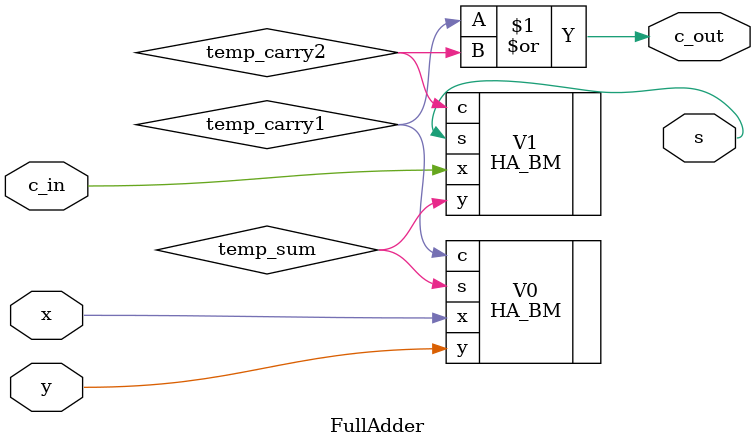
<source format=v>
module FullAdder(x, y, c_in, s, c_out);
input x, y, c_in;
output s, c_out;
wire temp_sum, temp_carry1, temp_carry2;

HA_BM V0(.x(x), .y(y), .s(temp_sum), .c(temp_carry1));
HA_BM V1(.x(c_in), .y(temp_sum), .s(s), .c(temp_carry2));

assign c_out = temp_carry1|temp_carry2;

endmodule

</source>
